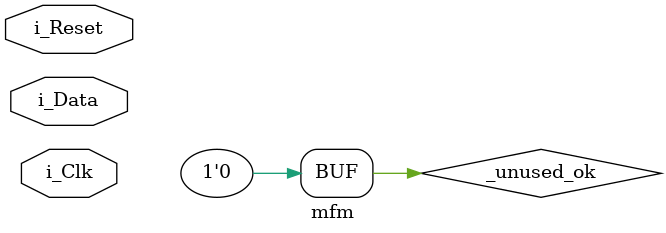
<source format=v>
module mfm #(parameter clkspd=65000000) (
	input i_Reset,
	input i_Clk,
	input i_Data);

	wire w_S;
	wire w_M;
	wire w_L;
	wire w_Error;
	wire w_Sync;
	wire [7:0] w_Data;
	wire [7:0] w_Clock;
	wire w_Valid;
	wire _unused_ok = &{1'b0,
		w_Data,
		w_Clock,
		w_Valid,
		1'b0};

	mfm_quantize mfm_quantize_inst(
		.i_Clk(i_Clk),
		.i_Data(i_Data),
		.o_S(w_S),
		.o_M(w_M),
		.o_L(w_L),
		.o_Error(w_Error)
	);

	mfm_sync mfm_sync_inst(
		.i_Reset(i_Reset),
		.i_Clk(i_Clk),
		.i_S(w_S),
		.i_M(w_M),
		.i_L(w_L),
		.i_Error(w_Error),
		.o_Sync(w_Sync)
	);

	mfm_bit_fifo mfm_bit_fifo_inst(
		.i_Reset(i_Reset),
		.i_Clk(i_Clk),
		.i_S(w_S),
		.i_M(w_M),
		.i_L(w_L),
		.i_Error(w_Error),
		.i_Sync(w_Sync),
		.o_Data(w_Data),
		.o_Clock(w_Clock),
		.o_Valid(w_Valid)
	);

endmodule

</source>
